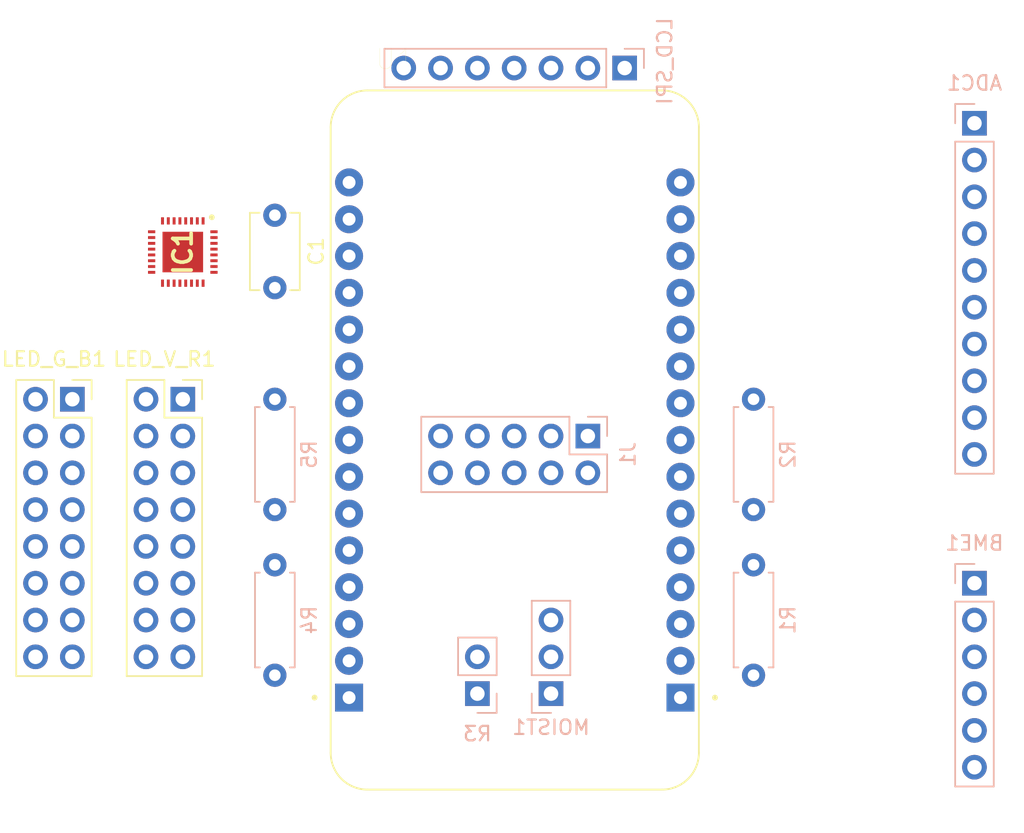
<source format=kicad_pcb>
(kicad_pcb (version 20171130) (host pcbnew 5.1.6)

  (general
    (thickness 1.6)
    (drawings 0)
    (tracks 0)
    (zones 0)
    (modules 15)
    (nets 61)
  )

  (page A4)
  (layers
    (0 F.Cu signal)
    (31 B.Cu signal)
    (32 B.Adhes user)
    (33 F.Adhes user)
    (34 B.Paste user)
    (35 F.Paste user)
    (36 B.SilkS user)
    (37 F.SilkS user)
    (38 B.Mask user)
    (39 F.Mask user)
    (40 Dwgs.User user)
    (41 Cmts.User user)
    (42 Eco1.User user)
    (43 Eco2.User user)
    (44 Edge.Cuts user)
    (45 Margin user)
    (46 B.CrtYd user)
    (47 F.CrtYd user)
    (48 B.Fab user)
    (49 F.Fab user)
  )

  (setup
    (last_trace_width 0.25)
    (trace_clearance 0.2)
    (zone_clearance 0.508)
    (zone_45_only no)
    (trace_min 0.2)
    (via_size 0.8)
    (via_drill 0.4)
    (via_min_size 0.4)
    (via_min_drill 0.3)
    (uvia_size 0.3)
    (uvia_drill 0.1)
    (uvias_allowed no)
    (uvia_min_size 0.2)
    (uvia_min_drill 0.1)
    (edge_width 0.05)
    (segment_width 0.2)
    (pcb_text_width 0.3)
    (pcb_text_size 1.5 1.5)
    (mod_edge_width 0.12)
    (mod_text_size 1 1)
    (mod_text_width 0.15)
    (pad_size 1.524 1.524)
    (pad_drill 0.762)
    (pad_to_mask_clearance 0.05)
    (aux_axis_origin 0 0)
    (visible_elements FFFFFF7F)
    (pcbplotparams
      (layerselection 0x010fc_ffffffff)
      (usegerberextensions false)
      (usegerberattributes true)
      (usegerberadvancedattributes true)
      (creategerberjobfile true)
      (excludeedgelayer true)
      (linewidth 0.100000)
      (plotframeref false)
      (viasonmask false)
      (mode 1)
      (useauxorigin false)
      (hpglpennumber 1)
      (hpglpenspeed 20)
      (hpglpendiameter 15.000000)
      (psnegative false)
      (psa4output false)
      (plotreference true)
      (plotvalue true)
      (plotinvisibletext false)
      (padsonsilk false)
      (subtractmaskfromsilk false)
      (outputformat 1)
      (mirror false)
      (drillshape 1)
      (scaleselection 1)
      (outputdirectory ""))
  )

  (net 0 "")
  (net 1 "Net-(J1-Pad3)")
  (net 2 "Net-(J1-Pad4)")
  (net 3 "Net-(J1-Pad5)")
  (net 4 +3V3)
  (net 5 GND)
  (net 6 "Net-(J1-Pad8)")
  (net 7 "Net-(J1-Pad9)")
  (net 8 "Net-(J1-Pad10)")
  (net 9 "Net-(U1-PadRSV)")
  (net 10 "Net-(U1-PadSD1)")
  (net 11 "Net-(U1-PadCMD)")
  (net 12 "Net-(U1-PadSD0)")
  (net 13 "Net-(U1-PadCLK)")
  (net 14 "Net-(U1-PadEN)")
  (net 15 "Net-(U1-PadRST)")
  (net 16 +5V)
  (net 17 "Net-(J1-Pad7)")
  (net 18 "Net-(J1-Pad6)")
  (net 19 "Net-(ADC1-Pad3)")
  (net 20 "Net-(ADC1-Pad4)")
  (net 21 "Net-(ADC1-Pad5)")
  (net 22 "Net-(ADC1-Pad6)")
  (net 23 "Net-(ADC1-Pad7)")
  (net 24 "Net-(ADC1-Pad8)")
  (net 25 "Net-(ADC1-Pad9)")
  (net 26 "Net-(BME1-Pad5)")
  (net 27 "Net-(BME1-Pad6)")
  (net 28 "Net-(C1-Pad2)")
  (net 29 "Net-(IC1-Pad1)")
  (net 30 "Net-(IC1-Pad2)")
  (net 31 "Net-(IC1-Pad3)")
  (net 32 "Net-(IC1-Pad4)")
  (net 33 "Net-(IC1-Pad5)")
  (net 34 "Net-(IC1-Pad6)")
  (net 35 "Net-(IC1-Pad7)")
  (net 36 "Net-(IC1-Pad8)")
  (net 37 "Net-(IC1-Pad9)")
  (net 38 "Net-(IC1-Pad10)")
  (net 39 "Net-(IC1-Pad11)")
  (net 40 "Net-(IC1-Pad12)")
  (net 41 "Net-(IC1-Pad13)")
  (net 42 "Net-(IC1-Pad14)")
  (net 43 "Net-(IC1-Pad15)")
  (net 44 "Net-(IC1-Pad16)")
  (net 45 "Net-(IC1-Pad17)")
  (net 46 "Net-(IC1-Pad18)")
  (net 47 "Net-(IC1-Pad19)")
  (net 48 "Net-(IC1-Pad20)")
  (net 49 "Net-(IC1-Pad21)")
  (net 50 "Net-(IC1-Pad22)")
  (net 51 "Net-(IC1-Pad23)")
  (net 52 "Net-(IC1-Pad24)")
  (net 53 "Net-(IC1-Pad30)")
  (net 54 "Net-(IC1-Pad31)")
  (net 55 "Net-(LCD_SPI1-Pad3)")
  (net 56 "Net-(LCD_SPI1-Pad4)")
  (net 57 "Net-(LCD_SPI1-Pad5)")
  (net 58 "Net-(LCD_SPI1-Pad6)")
  (net 59 "Net-(LCD_SPI1-Pad7)")
  (net 60 "Net-(LED_V_R1-Pad1)")

  (net_class Default "This is the default net class."
    (clearance 0.2)
    (trace_width 0.25)
    (via_dia 0.8)
    (via_drill 0.4)
    (uvia_dia 0.3)
    (uvia_drill 0.1)
    (add_net +3V3)
    (add_net +5V)
    (add_net GND)
    (add_net "Net-(ADC1-Pad3)")
    (add_net "Net-(ADC1-Pad4)")
    (add_net "Net-(ADC1-Pad5)")
    (add_net "Net-(ADC1-Pad6)")
    (add_net "Net-(ADC1-Pad7)")
    (add_net "Net-(ADC1-Pad8)")
    (add_net "Net-(ADC1-Pad9)")
    (add_net "Net-(BME1-Pad5)")
    (add_net "Net-(BME1-Pad6)")
    (add_net "Net-(C1-Pad2)")
    (add_net "Net-(IC1-Pad1)")
    (add_net "Net-(IC1-Pad10)")
    (add_net "Net-(IC1-Pad11)")
    (add_net "Net-(IC1-Pad12)")
    (add_net "Net-(IC1-Pad13)")
    (add_net "Net-(IC1-Pad14)")
    (add_net "Net-(IC1-Pad15)")
    (add_net "Net-(IC1-Pad16)")
    (add_net "Net-(IC1-Pad17)")
    (add_net "Net-(IC1-Pad18)")
    (add_net "Net-(IC1-Pad19)")
    (add_net "Net-(IC1-Pad2)")
    (add_net "Net-(IC1-Pad20)")
    (add_net "Net-(IC1-Pad21)")
    (add_net "Net-(IC1-Pad22)")
    (add_net "Net-(IC1-Pad23)")
    (add_net "Net-(IC1-Pad24)")
    (add_net "Net-(IC1-Pad3)")
    (add_net "Net-(IC1-Pad30)")
    (add_net "Net-(IC1-Pad31)")
    (add_net "Net-(IC1-Pad4)")
    (add_net "Net-(IC1-Pad5)")
    (add_net "Net-(IC1-Pad6)")
    (add_net "Net-(IC1-Pad7)")
    (add_net "Net-(IC1-Pad8)")
    (add_net "Net-(IC1-Pad9)")
    (add_net "Net-(J1-Pad10)")
    (add_net "Net-(J1-Pad3)")
    (add_net "Net-(J1-Pad4)")
    (add_net "Net-(J1-Pad5)")
    (add_net "Net-(J1-Pad6)")
    (add_net "Net-(J1-Pad7)")
    (add_net "Net-(J1-Pad8)")
    (add_net "Net-(J1-Pad9)")
    (add_net "Net-(LCD_SPI1-Pad3)")
    (add_net "Net-(LCD_SPI1-Pad4)")
    (add_net "Net-(LCD_SPI1-Pad5)")
    (add_net "Net-(LCD_SPI1-Pad6)")
    (add_net "Net-(LCD_SPI1-Pad7)")
    (add_net "Net-(LED_V_R1-Pad1)")
    (add_net "Net-(U1-PadCLK)")
    (add_net "Net-(U1-PadCMD)")
    (add_net "Net-(U1-PadEN)")
    (add_net "Net-(U1-PadRST)")
    (add_net "Net-(U1-PadRSV)")
    (add_net "Net-(U1-PadSD0)")
    (add_net "Net-(U1-PadSD1)")
  )

  (module Connector_PinSocket_2.54mm:PinSocket_1x10_P2.54mm_Vertical (layer B.Cu) (tedit 5A19A425) (tstamp 5EE75E31)
    (at 125.73 44.45 180)
    (descr "Through hole straight socket strip, 1x10, 2.54mm pitch, single row (from Kicad 4.0.7), script generated")
    (tags "Through hole socket strip THT 1x10 2.54mm single row")
    (path /5EEB2384)
    (fp_text reference ADC1 (at 0 2.77) (layer B.SilkS)
      (effects (font (size 1 1) (thickness 0.15)) (justify mirror))
    )
    (fp_text value ADS1115 (at 0 -25.63) (layer B.Fab)
      (effects (font (size 1 1) (thickness 0.15)) (justify mirror))
    )
    (fp_line (start -1.8 -24.6) (end -1.8 1.8) (layer B.CrtYd) (width 0.05))
    (fp_line (start 1.75 -24.6) (end -1.8 -24.6) (layer B.CrtYd) (width 0.05))
    (fp_line (start 1.75 1.8) (end 1.75 -24.6) (layer B.CrtYd) (width 0.05))
    (fp_line (start -1.8 1.8) (end 1.75 1.8) (layer B.CrtYd) (width 0.05))
    (fp_line (start 0 1.33) (end 1.33 1.33) (layer B.SilkS) (width 0.12))
    (fp_line (start 1.33 1.33) (end 1.33 0) (layer B.SilkS) (width 0.12))
    (fp_line (start 1.33 -1.27) (end 1.33 -24.19) (layer B.SilkS) (width 0.12))
    (fp_line (start -1.33 -24.19) (end 1.33 -24.19) (layer B.SilkS) (width 0.12))
    (fp_line (start -1.33 -1.27) (end -1.33 -24.19) (layer B.SilkS) (width 0.12))
    (fp_line (start -1.33 -1.27) (end 1.33 -1.27) (layer B.SilkS) (width 0.12))
    (fp_line (start -1.27 -24.13) (end -1.27 1.27) (layer B.Fab) (width 0.1))
    (fp_line (start 1.27 -24.13) (end -1.27 -24.13) (layer B.Fab) (width 0.1))
    (fp_line (start 1.27 0.635) (end 1.27 -24.13) (layer B.Fab) (width 0.1))
    (fp_line (start 0.635 1.27) (end 1.27 0.635) (layer B.Fab) (width 0.1))
    (fp_line (start -1.27 1.27) (end 0.635 1.27) (layer B.Fab) (width 0.1))
    (fp_text user %R (at 0 -11.43 270) (layer B.Fab)
      (effects (font (size 1 1) (thickness 0.15)) (justify mirror))
    )
    (pad 1 thru_hole rect (at 0 0 180) (size 1.7 1.7) (drill 1) (layers *.Cu *.Mask)
      (net 4 +3V3))
    (pad 2 thru_hole oval (at 0 -2.54 180) (size 1.7 1.7) (drill 1) (layers *.Cu *.Mask)
      (net 5 GND))
    (pad 3 thru_hole oval (at 0 -5.08 180) (size 1.7 1.7) (drill 1) (layers *.Cu *.Mask)
      (net 19 "Net-(ADC1-Pad3)"))
    (pad 4 thru_hole oval (at 0 -7.62 180) (size 1.7 1.7) (drill 1) (layers *.Cu *.Mask)
      (net 20 "Net-(ADC1-Pad4)"))
    (pad 5 thru_hole oval (at 0 -10.16 180) (size 1.7 1.7) (drill 1) (layers *.Cu *.Mask)
      (net 21 "Net-(ADC1-Pad5)"))
    (pad 6 thru_hole oval (at 0 -12.7 180) (size 1.7 1.7) (drill 1) (layers *.Cu *.Mask)
      (net 22 "Net-(ADC1-Pad6)"))
    (pad 7 thru_hole oval (at 0 -15.24 180) (size 1.7 1.7) (drill 1) (layers *.Cu *.Mask)
      (net 23 "Net-(ADC1-Pad7)"))
    (pad 8 thru_hole oval (at 0 -17.78 180) (size 1.7 1.7) (drill 1) (layers *.Cu *.Mask)
      (net 24 "Net-(ADC1-Pad8)"))
    (pad 9 thru_hole oval (at 0 -20.32 180) (size 1.7 1.7) (drill 1) (layers *.Cu *.Mask)
      (net 25 "Net-(ADC1-Pad9)"))
    (pad 10 thru_hole oval (at 0 -22.86 180) (size 1.7 1.7) (drill 1) (layers *.Cu *.Mask))
    (model ${KISYS3DMOD}/Connector_PinSocket_2.54mm.3dshapes/PinSocket_1x10_P2.54mm_Vertical.wrl
      (at (xyz 0 0 0))
      (scale (xyz 1 1 1))
      (rotate (xyz 0 0 0))
    )
  )

  (module Connector_PinSocket_2.54mm:PinSocket_1x06_P2.54mm_Vertical (layer B.Cu) (tedit 5A19A430) (tstamp 5EE75E4B)
    (at 125.73 76.2 180)
    (descr "Through hole straight socket strip, 1x06, 2.54mm pitch, single row (from Kicad 4.0.7), script generated")
    (tags "Through hole socket strip THT 1x06 2.54mm single row")
    (path /5EEB0E66)
    (fp_text reference BME1 (at 0 2.77) (layer B.SilkS)
      (effects (font (size 1 1) (thickness 0.15)) (justify mirror))
    )
    (fp_text value BME280 (at 0 -15.47) (layer B.Fab)
      (effects (font (size 1 1) (thickness 0.15)) (justify mirror))
    )
    (fp_line (start -1.8 -14.45) (end -1.8 1.8) (layer B.CrtYd) (width 0.05))
    (fp_line (start 1.75 -14.45) (end -1.8 -14.45) (layer B.CrtYd) (width 0.05))
    (fp_line (start 1.75 1.8) (end 1.75 -14.45) (layer B.CrtYd) (width 0.05))
    (fp_line (start -1.8 1.8) (end 1.75 1.8) (layer B.CrtYd) (width 0.05))
    (fp_line (start 0 1.33) (end 1.33 1.33) (layer B.SilkS) (width 0.12))
    (fp_line (start 1.33 1.33) (end 1.33 0) (layer B.SilkS) (width 0.12))
    (fp_line (start 1.33 -1.27) (end 1.33 -14.03) (layer B.SilkS) (width 0.12))
    (fp_line (start -1.33 -14.03) (end 1.33 -14.03) (layer B.SilkS) (width 0.12))
    (fp_line (start -1.33 -1.27) (end -1.33 -14.03) (layer B.SilkS) (width 0.12))
    (fp_line (start -1.33 -1.27) (end 1.33 -1.27) (layer B.SilkS) (width 0.12))
    (fp_line (start -1.27 -13.97) (end -1.27 1.27) (layer B.Fab) (width 0.1))
    (fp_line (start 1.27 -13.97) (end -1.27 -13.97) (layer B.Fab) (width 0.1))
    (fp_line (start 1.27 0.635) (end 1.27 -13.97) (layer B.Fab) (width 0.1))
    (fp_line (start 0.635 1.27) (end 1.27 0.635) (layer B.Fab) (width 0.1))
    (fp_line (start -1.27 1.27) (end 0.635 1.27) (layer B.Fab) (width 0.1))
    (fp_text user %R (at 0 -6.35 270) (layer B.Fab)
      (effects (font (size 1 1) (thickness 0.15)) (justify mirror))
    )
    (pad 1 thru_hole rect (at 0 0 180) (size 1.7 1.7) (drill 1) (layers *.Cu *.Mask)
      (net 4 +3V3))
    (pad 2 thru_hole oval (at 0 -2.54 180) (size 1.7 1.7) (drill 1) (layers *.Cu *.Mask)
      (net 5 GND))
    (pad 3 thru_hole oval (at 0 -5.08 180) (size 1.7 1.7) (drill 1) (layers *.Cu *.Mask)
      (net 19 "Net-(ADC1-Pad3)"))
    (pad 4 thru_hole oval (at 0 -7.62 180) (size 1.7 1.7) (drill 1) (layers *.Cu *.Mask)
      (net 20 "Net-(ADC1-Pad4)"))
    (pad 5 thru_hole oval (at 0 -10.16 180) (size 1.7 1.7) (drill 1) (layers *.Cu *.Mask)
      (net 26 "Net-(BME1-Pad5)"))
    (pad 6 thru_hole oval (at 0 -12.7 180) (size 1.7 1.7) (drill 1) (layers *.Cu *.Mask)
      (net 27 "Net-(BME1-Pad6)"))
    (model ${KISYS3DMOD}/Connector_PinSocket_2.54mm.3dshapes/PinSocket_1x06_P2.54mm_Vertical.wrl
      (at (xyz 0 0 0))
      (scale (xyz 1 1 1))
      (rotate (xyz 0 0 0))
    )
  )

  (module Capacitor_THT:C_Disc_D5.1mm_W3.2mm_P5.00mm (layer F.Cu) (tedit 5AE50EF0) (tstamp 5EE75E60)
    (at 77.47 50.8 270)
    (descr "C, Disc series, Radial, pin pitch=5.00mm, , diameter*width=5.1*3.2mm^2, Capacitor, http://www.vishay.com/docs/45233/krseries.pdf")
    (tags "C Disc series Radial pin pitch 5.00mm  diameter 5.1mm width 3.2mm Capacitor")
    (path /5F50D4CF)
    (fp_text reference C1 (at 2.5 -2.85 270) (layer F.SilkS)
      (effects (font (size 1 1) (thickness 0.15)))
    )
    (fp_text value 1μF (at 2.5 2.85 270) (layer F.Fab)
      (effects (font (size 1 1) (thickness 0.15)))
    )
    (fp_line (start 6.05 -1.85) (end -1.05 -1.85) (layer F.CrtYd) (width 0.05))
    (fp_line (start 6.05 1.85) (end 6.05 -1.85) (layer F.CrtYd) (width 0.05))
    (fp_line (start -1.05 1.85) (end 6.05 1.85) (layer F.CrtYd) (width 0.05))
    (fp_line (start -1.05 -1.85) (end -1.05 1.85) (layer F.CrtYd) (width 0.05))
    (fp_line (start 5.17 1.055) (end 5.17 1.721) (layer F.SilkS) (width 0.12))
    (fp_line (start 5.17 -1.721) (end 5.17 -1.055) (layer F.SilkS) (width 0.12))
    (fp_line (start -0.17 1.055) (end -0.17 1.721) (layer F.SilkS) (width 0.12))
    (fp_line (start -0.17 -1.721) (end -0.17 -1.055) (layer F.SilkS) (width 0.12))
    (fp_line (start -0.17 1.721) (end 5.17 1.721) (layer F.SilkS) (width 0.12))
    (fp_line (start -0.17 -1.721) (end 5.17 -1.721) (layer F.SilkS) (width 0.12))
    (fp_line (start 5.05 -1.6) (end -0.05 -1.6) (layer F.Fab) (width 0.1))
    (fp_line (start 5.05 1.6) (end 5.05 -1.6) (layer F.Fab) (width 0.1))
    (fp_line (start -0.05 1.6) (end 5.05 1.6) (layer F.Fab) (width 0.1))
    (fp_line (start -0.05 -1.6) (end -0.05 1.6) (layer F.Fab) (width 0.1))
    (fp_text user %R (at 2.5 0 270) (layer F.Fab)
      (effects (font (size 1 1) (thickness 0.15)))
    )
    (pad 1 thru_hole circle (at 0 0 270) (size 1.6 1.6) (drill 0.8) (layers *.Cu *.Mask)
      (net 5 GND))
    (pad 2 thru_hole circle (at 5 0 270) (size 1.6 1.6) (drill 0.8) (layers *.Cu *.Mask)
      (net 28 "Net-(C1-Pad2)"))
    (model ${KISYS3DMOD}/Capacitor_THT.3dshapes/C_Disc_D5.1mm_W3.2mm_P5.00mm.wrl
      (at (xyz 0 0 0))
      (scale (xyz 1 1 1))
      (rotate (xyz 0 0 0))
    )
  )

  (module SamacSys:QFN40P400X400X100-33N-D (layer F.Cu) (tedit 0) (tstamp 5EE75E90)
    (at 71.12 53.34 270)
    (descr "RSM (S-PVQFN-N32)")
    (tags "Integrated Circuit")
    (path /5F6091A9)
    (attr smd)
    (fp_text reference IC1 (at 0 0 90) (layer F.SilkS)
      (effects (font (size 1.27 1.27) (thickness 0.254)))
    )
    (fp_text value LP5024RSMR (at 0 0 90) (layer F.SilkS) hide
      (effects (font (size 1.27 1.27) (thickness 0.254)))
    )
    (fp_circle (center -2.4 -2) (end -2.4 -1.9) (layer F.SilkS) (width 0.2))
    (fp_line (start -2 -1.6) (end -1.6 -2) (layer F.Fab) (width 0.1))
    (fp_line (start -2 2) (end -2 -2) (layer F.Fab) (width 0.1))
    (fp_line (start 2 2) (end -2 2) (layer F.Fab) (width 0.1))
    (fp_line (start 2 -2) (end 2 2) (layer F.Fab) (width 0.1))
    (fp_line (start -2 -2) (end 2 -2) (layer F.Fab) (width 0.1))
    (fp_line (start -2.65 2.65) (end -2.65 -2.65) (layer F.CrtYd) (width 0.05))
    (fp_line (start 2.65 2.65) (end -2.65 2.65) (layer F.CrtYd) (width 0.05))
    (fp_line (start 2.65 -2.65) (end 2.65 2.65) (layer F.CrtYd) (width 0.05))
    (fp_line (start -2.65 -2.65) (end 2.65 -2.65) (layer F.CrtYd) (width 0.05))
    (fp_text user %R (at 0 0 90) (layer F.Fab)
      (effects (font (size 1.27 1.27) (thickness 0.254)))
    )
    (pad 1 smd rect (at -2.15 -1.4) (size 0.2 0.5) (layers F.Cu F.Paste F.Mask)
      (net 29 "Net-(IC1-Pad1)"))
    (pad 2 smd rect (at -2.15 -1) (size 0.2 0.5) (layers F.Cu F.Paste F.Mask)
      (net 30 "Net-(IC1-Pad2)"))
    (pad 3 smd rect (at -2.15 -0.6) (size 0.2 0.5) (layers F.Cu F.Paste F.Mask)
      (net 31 "Net-(IC1-Pad3)"))
    (pad 4 smd rect (at -2.15 -0.2) (size 0.2 0.5) (layers F.Cu F.Paste F.Mask)
      (net 32 "Net-(IC1-Pad4)"))
    (pad 5 smd rect (at -2.15 0.2) (size 0.2 0.5) (layers F.Cu F.Paste F.Mask)
      (net 33 "Net-(IC1-Pad5)"))
    (pad 6 smd rect (at -2.15 0.6) (size 0.2 0.5) (layers F.Cu F.Paste F.Mask)
      (net 34 "Net-(IC1-Pad6)"))
    (pad 7 smd rect (at -2.15 1) (size 0.2 0.5) (layers F.Cu F.Paste F.Mask)
      (net 35 "Net-(IC1-Pad7)"))
    (pad 8 smd rect (at -2.15 1.4) (size 0.2 0.5) (layers F.Cu F.Paste F.Mask)
      (net 36 "Net-(IC1-Pad8)"))
    (pad 9 smd rect (at -1.4 2.15 270) (size 0.2 0.5) (layers F.Cu F.Paste F.Mask)
      (net 37 "Net-(IC1-Pad9)"))
    (pad 10 smd rect (at -1 2.15 270) (size 0.2 0.5) (layers F.Cu F.Paste F.Mask)
      (net 38 "Net-(IC1-Pad10)"))
    (pad 11 smd rect (at -0.6 2.15 270) (size 0.2 0.5) (layers F.Cu F.Paste F.Mask)
      (net 39 "Net-(IC1-Pad11)"))
    (pad 12 smd rect (at -0.2 2.15 270) (size 0.2 0.5) (layers F.Cu F.Paste F.Mask)
      (net 40 "Net-(IC1-Pad12)"))
    (pad 13 smd rect (at 0.2 2.15 270) (size 0.2 0.5) (layers F.Cu F.Paste F.Mask)
      (net 41 "Net-(IC1-Pad13)"))
    (pad 14 smd rect (at 0.6 2.15 270) (size 0.2 0.5) (layers F.Cu F.Paste F.Mask)
      (net 42 "Net-(IC1-Pad14)"))
    (pad 15 smd rect (at 1 2.15 270) (size 0.2 0.5) (layers F.Cu F.Paste F.Mask)
      (net 43 "Net-(IC1-Pad15)"))
    (pad 16 smd rect (at 1.4 2.15 270) (size 0.2 0.5) (layers F.Cu F.Paste F.Mask)
      (net 44 "Net-(IC1-Pad16)"))
    (pad 17 smd rect (at 2.15 1.4) (size 0.2 0.5) (layers F.Cu F.Paste F.Mask)
      (net 45 "Net-(IC1-Pad17)"))
    (pad 18 smd rect (at 2.15 1) (size 0.2 0.5) (layers F.Cu F.Paste F.Mask)
      (net 46 "Net-(IC1-Pad18)"))
    (pad 19 smd rect (at 2.15 0.6) (size 0.2 0.5) (layers F.Cu F.Paste F.Mask)
      (net 47 "Net-(IC1-Pad19)"))
    (pad 20 smd rect (at 2.15 0.2) (size 0.2 0.5) (layers F.Cu F.Paste F.Mask)
      (net 48 "Net-(IC1-Pad20)"))
    (pad 21 smd rect (at 2.15 -0.2) (size 0.2 0.5) (layers F.Cu F.Paste F.Mask)
      (net 49 "Net-(IC1-Pad21)"))
    (pad 22 smd rect (at 2.15 -0.6) (size 0.2 0.5) (layers F.Cu F.Paste F.Mask)
      (net 50 "Net-(IC1-Pad22)"))
    (pad 23 smd rect (at 2.15 -1) (size 0.2 0.5) (layers F.Cu F.Paste F.Mask)
      (net 51 "Net-(IC1-Pad23)"))
    (pad 24 smd rect (at 2.15 -1.4) (size 0.2 0.5) (layers F.Cu F.Paste F.Mask)
      (net 52 "Net-(IC1-Pad24)"))
    (pad 25 smd rect (at 1.4 -2.15 270) (size 0.2 0.5) (layers F.Cu F.Paste F.Mask)
      (net 5 GND))
    (pad 26 smd rect (at 1 -2.15 270) (size 0.2 0.5) (layers F.Cu F.Paste F.Mask)
      (net 5 GND))
    (pad 27 smd rect (at 0.6 -2.15 270) (size 0.2 0.5) (layers F.Cu F.Paste F.Mask)
      (net 4 +3V3))
    (pad 28 smd rect (at 0.2 -2.15 270) (size 0.2 0.5) (layers F.Cu F.Paste F.Mask)
      (net 20 "Net-(ADC1-Pad4)"))
    (pad 29 smd rect (at -0.2 -2.15 270) (size 0.2 0.5) (layers F.Cu F.Paste F.Mask)
      (net 19 "Net-(ADC1-Pad3)"))
    (pad 30 smd rect (at -0.6 -2.15 270) (size 0.2 0.5) (layers F.Cu F.Paste F.Mask)
      (net 53 "Net-(IC1-Pad30)"))
    (pad 31 smd rect (at -1 -2.15 270) (size 0.2 0.5) (layers F.Cu F.Paste F.Mask)
      (net 54 "Net-(IC1-Pad31)"))
    (pad 32 smd rect (at -1.4 -2.15 270) (size 0.2 0.5) (layers F.Cu F.Paste F.Mask)
      (net 28 "Net-(C1-Pad2)"))
    (pad 33 smd rect (at 0 0 270) (size 2.8 2.8) (layers F.Cu F.Paste F.Mask)
      (net 5 GND))
    (model C:\Users\shavk\Repos\github.com\aynurin\kicad-libs\SamacSys_Parts.3dshapes\LP5024RSMR.stp
      (at (xyz 0 0 0))
      (scale (xyz 1 1 1))
      (rotate (xyz 0 0 0))
    )
  )

  (module Connector_PinSocket_2.54mm:PinSocket_2x05_P2.54mm_Vertical (layer B.Cu) (tedit 5A19A42B) (tstamp 5EE75EB0)
    (at 99.06 66.04 90)
    (descr "Through hole straight socket strip, 2x05, 2.54mm pitch, double cols (from Kicad 4.0.7), script generated")
    (tags "Through hole socket strip THT 2x05 2.54mm double row")
    (path /5F3E84D8)
    (fp_text reference J1 (at -1.27 2.77 90) (layer B.SilkS)
      (effects (font (size 1 1) (thickness 0.15)) (justify mirror))
    )
    (fp_text value Conn_02x05_Odd_Even (at -1.27 -12.93 90) (layer B.Fab)
      (effects (font (size 1 1) (thickness 0.15)) (justify mirror))
    )
    (fp_line (start -4.34 -11.9) (end -4.34 1.8) (layer B.CrtYd) (width 0.05))
    (fp_line (start 1.76 -11.9) (end -4.34 -11.9) (layer B.CrtYd) (width 0.05))
    (fp_line (start 1.76 1.8) (end 1.76 -11.9) (layer B.CrtYd) (width 0.05))
    (fp_line (start -4.34 1.8) (end 1.76 1.8) (layer B.CrtYd) (width 0.05))
    (fp_line (start 0 1.33) (end 1.33 1.33) (layer B.SilkS) (width 0.12))
    (fp_line (start 1.33 1.33) (end 1.33 0) (layer B.SilkS) (width 0.12))
    (fp_line (start -1.27 1.33) (end -1.27 -1.27) (layer B.SilkS) (width 0.12))
    (fp_line (start -1.27 -1.27) (end 1.33 -1.27) (layer B.SilkS) (width 0.12))
    (fp_line (start 1.33 -1.27) (end 1.33 -11.49) (layer B.SilkS) (width 0.12))
    (fp_line (start -3.87 -11.49) (end 1.33 -11.49) (layer B.SilkS) (width 0.12))
    (fp_line (start -3.87 1.33) (end -3.87 -11.49) (layer B.SilkS) (width 0.12))
    (fp_line (start -3.87 1.33) (end -1.27 1.33) (layer B.SilkS) (width 0.12))
    (fp_line (start -3.81 -11.43) (end -3.81 1.27) (layer B.Fab) (width 0.1))
    (fp_line (start 1.27 -11.43) (end -3.81 -11.43) (layer B.Fab) (width 0.1))
    (fp_line (start 1.27 0.27) (end 1.27 -11.43) (layer B.Fab) (width 0.1))
    (fp_line (start 0.27 1.27) (end 1.27 0.27) (layer B.Fab) (width 0.1))
    (fp_line (start -3.81 1.27) (end 0.27 1.27) (layer B.Fab) (width 0.1))
    (fp_text user %R (at -1.27 -5.08 180) (layer B.Fab)
      (effects (font (size 1 1) (thickness 0.15)) (justify mirror))
    )
    (pad 1 thru_hole rect (at 0 0 90) (size 1.7 1.7) (drill 1) (layers *.Cu *.Mask)
      (net 4 +3V3))
    (pad 2 thru_hole oval (at -2.54 0 90) (size 1.7 1.7) (drill 1) (layers *.Cu *.Mask)
      (net 5 GND))
    (pad 3 thru_hole oval (at 0 -2.54 90) (size 1.7 1.7) (drill 1) (layers *.Cu *.Mask)
      (net 1 "Net-(J1-Pad3)"))
    (pad 4 thru_hole oval (at -2.54 -2.54 90) (size 1.7 1.7) (drill 1) (layers *.Cu *.Mask)
      (net 2 "Net-(J1-Pad4)"))
    (pad 5 thru_hole oval (at 0 -5.08 90) (size 1.7 1.7) (drill 1) (layers *.Cu *.Mask)
      (net 3 "Net-(J1-Pad5)"))
    (pad 6 thru_hole oval (at -2.54 -5.08 90) (size 1.7 1.7) (drill 1) (layers *.Cu *.Mask)
      (net 18 "Net-(J1-Pad6)"))
    (pad 7 thru_hole oval (at 0 -7.62 90) (size 1.7 1.7) (drill 1) (layers *.Cu *.Mask)
      (net 17 "Net-(J1-Pad7)"))
    (pad 8 thru_hole oval (at -2.54 -7.62 90) (size 1.7 1.7) (drill 1) (layers *.Cu *.Mask)
      (net 6 "Net-(J1-Pad8)"))
    (pad 9 thru_hole oval (at 0 -10.16 90) (size 1.7 1.7) (drill 1) (layers *.Cu *.Mask)
      (net 7 "Net-(J1-Pad9)"))
    (pad 10 thru_hole oval (at -2.54 -10.16 90) (size 1.7 1.7) (drill 1) (layers *.Cu *.Mask)
      (net 8 "Net-(J1-Pad10)"))
    (model ${KISYS3DMOD}/Connector_PinSocket_2.54mm.3dshapes/PinSocket_2x05_P2.54mm_Vertical.wrl
      (at (xyz 0 0 0))
      (scale (xyz 1 1 1))
      (rotate (xyz 0 0 0))
    )
  )

  (module Connector_PinSocket_2.54mm:PinSocket_1x07_P2.54mm_Vertical (layer B.Cu) (tedit 5A19A433) (tstamp 5EE75ECB)
    (at 101.6 40.64 90)
    (descr "Through hole straight socket strip, 1x07, 2.54mm pitch, single row (from Kicad 4.0.7), script generated")
    (tags "Through hole socket strip THT 1x07 2.54mm single row")
    (path /5EEB3C7E)
    (fp_text reference LCD_SPI1 (at 0 2.77 270) (layer B.SilkS)
      (effects (font (size 1 1) (thickness 0.15)) (justify mirror))
    )
    (fp_text value SSD1306SPI (at 0 -18.01 270) (layer B.Fab)
      (effects (font (size 1 1) (thickness 0.15)) (justify mirror))
    )
    (fp_line (start -1.8 -17) (end -1.8 1.8) (layer B.CrtYd) (width 0.05))
    (fp_line (start 1.75 -17) (end -1.8 -17) (layer B.CrtYd) (width 0.05))
    (fp_line (start 1.75 1.8) (end 1.75 -17) (layer B.CrtYd) (width 0.05))
    (fp_line (start -1.8 1.8) (end 1.75 1.8) (layer B.CrtYd) (width 0.05))
    (fp_line (start 0 1.33) (end 1.33 1.33) (layer B.SilkS) (width 0.12))
    (fp_line (start 1.33 1.33) (end 1.33 0) (layer B.SilkS) (width 0.12))
    (fp_line (start 1.33 -1.27) (end 1.33 -16.57) (layer B.SilkS) (width 0.12))
    (fp_line (start -1.33 -16.57) (end 1.33 -16.57) (layer B.SilkS) (width 0.12))
    (fp_line (start -1.33 -1.27) (end -1.33 -16.57) (layer B.SilkS) (width 0.12))
    (fp_line (start -1.33 -1.27) (end 1.33 -1.27) (layer B.SilkS) (width 0.12))
    (fp_line (start -1.27 -16.51) (end -1.27 1.27) (layer B.Fab) (width 0.1))
    (fp_line (start 1.27 -16.51) (end -1.27 -16.51) (layer B.Fab) (width 0.1))
    (fp_line (start 1.27 0.635) (end 1.27 -16.51) (layer B.Fab) (width 0.1))
    (fp_line (start 0.635 1.27) (end 1.27 0.635) (layer B.Fab) (width 0.1))
    (fp_line (start -1.27 1.27) (end 0.635 1.27) (layer B.Fab) (width 0.1))
    (fp_text user %R (at 0 -7.62) (layer B.Fab)
      (effects (font (size 1 1) (thickness 0.15)) (justify mirror))
    )
    (pad 1 thru_hole rect (at 0 0 90) (size 1.7 1.7) (drill 1) (layers *.Cu *.Mask)
      (net 5 GND))
    (pad 2 thru_hole oval (at 0 -2.54 90) (size 1.7 1.7) (drill 1) (layers *.Cu *.Mask)
      (net 4 +3V3))
    (pad 3 thru_hole oval (at 0 -5.08 90) (size 1.7 1.7) (drill 1) (layers *.Cu *.Mask)
      (net 55 "Net-(LCD_SPI1-Pad3)"))
    (pad 4 thru_hole oval (at 0 -7.62 90) (size 1.7 1.7) (drill 1) (layers *.Cu *.Mask)
      (net 56 "Net-(LCD_SPI1-Pad4)"))
    (pad 5 thru_hole oval (at 0 -10.16 90) (size 1.7 1.7) (drill 1) (layers *.Cu *.Mask)
      (net 57 "Net-(LCD_SPI1-Pad5)"))
    (pad 6 thru_hole oval (at 0 -12.7 90) (size 1.7 1.7) (drill 1) (layers *.Cu *.Mask)
      (net 58 "Net-(LCD_SPI1-Pad6)"))
    (pad 7 thru_hole oval (at 0 -15.24 90) (size 1.7 1.7) (drill 1) (layers *.Cu *.Mask)
      (net 59 "Net-(LCD_SPI1-Pad7)"))
    (model ${KISYS3DMOD}/Connector_PinSocket_2.54mm.3dshapes/PinSocket_1x07_P2.54mm_Vertical.wrl
      (at (xyz 0 0 0))
      (scale (xyz 1 1 1))
      (rotate (xyz 0 0 0))
    )
  )

  (module Connector_PinSocket_2.54mm:PinSocket_2x08_P2.54mm_Vertical (layer F.Cu) (tedit 5A19A42B) (tstamp 5EE75EF1)
    (at 63.5 63.5)
    (descr "Through hole straight socket strip, 2x08, 2.54mm pitch, double cols (from Kicad 4.0.7), script generated")
    (tags "Through hole socket strip THT 2x08 2.54mm double row")
    (path /5F5B8313)
    (fp_text reference LED_G_B1 (at -1.27 -2.77) (layer F.SilkS)
      (effects (font (size 1 1) (thickness 0.15)))
    )
    (fp_text value LED_G_B (at -1.27 20.55) (layer F.Fab)
      (effects (font (size 1 1) (thickness 0.15)))
    )
    (fp_line (start -4.34 19.55) (end -4.34 -1.8) (layer F.CrtYd) (width 0.05))
    (fp_line (start 1.76 19.55) (end -4.34 19.55) (layer F.CrtYd) (width 0.05))
    (fp_line (start 1.76 -1.8) (end 1.76 19.55) (layer F.CrtYd) (width 0.05))
    (fp_line (start -4.34 -1.8) (end 1.76 -1.8) (layer F.CrtYd) (width 0.05))
    (fp_line (start 0 -1.33) (end 1.33 -1.33) (layer F.SilkS) (width 0.12))
    (fp_line (start 1.33 -1.33) (end 1.33 0) (layer F.SilkS) (width 0.12))
    (fp_line (start -1.27 -1.33) (end -1.27 1.27) (layer F.SilkS) (width 0.12))
    (fp_line (start -1.27 1.27) (end 1.33 1.27) (layer F.SilkS) (width 0.12))
    (fp_line (start 1.33 1.27) (end 1.33 19.11) (layer F.SilkS) (width 0.12))
    (fp_line (start -3.87 19.11) (end 1.33 19.11) (layer F.SilkS) (width 0.12))
    (fp_line (start -3.87 -1.33) (end -3.87 19.11) (layer F.SilkS) (width 0.12))
    (fp_line (start -3.87 -1.33) (end -1.27 -1.33) (layer F.SilkS) (width 0.12))
    (fp_line (start -3.81 19.05) (end -3.81 -1.27) (layer F.Fab) (width 0.1))
    (fp_line (start 1.27 19.05) (end -3.81 19.05) (layer F.Fab) (width 0.1))
    (fp_line (start 1.27 -0.27) (end 1.27 19.05) (layer F.Fab) (width 0.1))
    (fp_line (start 0.27 -1.27) (end 1.27 -0.27) (layer F.Fab) (width 0.1))
    (fp_line (start -3.81 -1.27) (end 0.27 -1.27) (layer F.Fab) (width 0.1))
    (fp_text user %R (at -1.27 8.89 90) (layer F.Fab)
      (effects (font (size 1 1) (thickness 0.15)))
    )
    (pad 1 thru_hole rect (at 0 0) (size 1.7 1.7) (drill 1) (layers *.Cu *.Mask)
      (net 51 "Net-(IC1-Pad23)"))
    (pad 2 thru_hole oval (at -2.54 0) (size 1.7 1.7) (drill 1) (layers *.Cu *.Mask)
      (net 37 "Net-(IC1-Pad9)"))
    (pad 3 thru_hole oval (at 0 2.54) (size 1.7 1.7) (drill 1) (layers *.Cu *.Mask)
      (net 48 "Net-(IC1-Pad20)"))
    (pad 4 thru_hole oval (at -2.54 2.54) (size 1.7 1.7) (drill 1) (layers *.Cu *.Mask)
      (net 40 "Net-(IC1-Pad12)"))
    (pad 5 thru_hole oval (at 0 5.08) (size 1.7 1.7) (drill 1) (layers *.Cu *.Mask)
      (net 45 "Net-(IC1-Pad17)"))
    (pad 6 thru_hole oval (at -2.54 5.08) (size 1.7 1.7) (drill 1) (layers *.Cu *.Mask)
      (net 43 "Net-(IC1-Pad15)"))
    (pad 7 thru_hole oval (at 0 7.62) (size 1.7 1.7) (drill 1) (layers *.Cu *.Mask)
      (net 42 "Net-(IC1-Pad14)"))
    (pad 8 thru_hole oval (at -2.54 7.62) (size 1.7 1.7) (drill 1) (layers *.Cu *.Mask)
      (net 46 "Net-(IC1-Pad18)"))
    (pad 9 thru_hole oval (at 0 10.16) (size 1.7 1.7) (drill 1) (layers *.Cu *.Mask)
      (net 39 "Net-(IC1-Pad11)"))
    (pad 10 thru_hole oval (at -2.54 10.16) (size 1.7 1.7) (drill 1) (layers *.Cu *.Mask)
      (net 49 "Net-(IC1-Pad21)"))
    (pad 11 thru_hole oval (at 0 12.7) (size 1.7 1.7) (drill 1) (layers *.Cu *.Mask)
      (net 36 "Net-(IC1-Pad8)"))
    (pad 12 thru_hole oval (at -2.54 12.7) (size 1.7 1.7) (drill 1) (layers *.Cu *.Mask)
      (net 52 "Net-(IC1-Pad24)"))
    (pad 13 thru_hole oval (at 0 15.24) (size 1.7 1.7) (drill 1) (layers *.Cu *.Mask)
      (net 33 "Net-(IC1-Pad5)"))
    (pad 14 thru_hole oval (at -2.54 15.24) (size 1.7 1.7) (drill 1) (layers *.Cu *.Mask)
      (net 31 "Net-(IC1-Pad3)"))
    (pad 15 thru_hole oval (at 0 17.78) (size 1.7 1.7) (drill 1) (layers *.Cu *.Mask)
      (net 30 "Net-(IC1-Pad2)"))
    (pad 16 thru_hole oval (at -2.54 17.78) (size 1.7 1.7) (drill 1) (layers *.Cu *.Mask)
      (net 34 "Net-(IC1-Pad6)"))
    (model ${KISYS3DMOD}/Connector_PinSocket_2.54mm.3dshapes/PinSocket_2x08_P2.54mm_Vertical.wrl
      (at (xyz 0 0 0))
      (scale (xyz 1 1 1))
      (rotate (xyz 0 0 0))
    )
  )

  (module Connector_PinSocket_2.54mm:PinSocket_2x08_P2.54mm_Vertical (layer F.Cu) (tedit 5A19A42B) (tstamp 5EE75F17)
    (at 71.12 63.5)
    (descr "Through hole straight socket strip, 2x08, 2.54mm pitch, double cols (from Kicad 4.0.7), script generated")
    (tags "Through hole socket strip THT 2x08 2.54mm double row")
    (path /5F7CF854)
    (fp_text reference LED_V_R1 (at -1.27 -2.77) (layer F.SilkS)
      (effects (font (size 1 1) (thickness 0.15)))
    )
    (fp_text value LED_V_R (at -1.27 20.55) (layer F.Fab)
      (effects (font (size 1 1) (thickness 0.15)))
    )
    (fp_text user %R (at -1.27 8.89 90) (layer F.Fab)
      (effects (font (size 1 1) (thickness 0.15)))
    )
    (fp_line (start -3.81 -1.27) (end 0.27 -1.27) (layer F.Fab) (width 0.1))
    (fp_line (start 0.27 -1.27) (end 1.27 -0.27) (layer F.Fab) (width 0.1))
    (fp_line (start 1.27 -0.27) (end 1.27 19.05) (layer F.Fab) (width 0.1))
    (fp_line (start 1.27 19.05) (end -3.81 19.05) (layer F.Fab) (width 0.1))
    (fp_line (start -3.81 19.05) (end -3.81 -1.27) (layer F.Fab) (width 0.1))
    (fp_line (start -3.87 -1.33) (end -1.27 -1.33) (layer F.SilkS) (width 0.12))
    (fp_line (start -3.87 -1.33) (end -3.87 19.11) (layer F.SilkS) (width 0.12))
    (fp_line (start -3.87 19.11) (end 1.33 19.11) (layer F.SilkS) (width 0.12))
    (fp_line (start 1.33 1.27) (end 1.33 19.11) (layer F.SilkS) (width 0.12))
    (fp_line (start -1.27 1.27) (end 1.33 1.27) (layer F.SilkS) (width 0.12))
    (fp_line (start -1.27 -1.33) (end -1.27 1.27) (layer F.SilkS) (width 0.12))
    (fp_line (start 1.33 -1.33) (end 1.33 0) (layer F.SilkS) (width 0.12))
    (fp_line (start 0 -1.33) (end 1.33 -1.33) (layer F.SilkS) (width 0.12))
    (fp_line (start -4.34 -1.8) (end 1.76 -1.8) (layer F.CrtYd) (width 0.05))
    (fp_line (start 1.76 -1.8) (end 1.76 19.55) (layer F.CrtYd) (width 0.05))
    (fp_line (start 1.76 19.55) (end -4.34 19.55) (layer F.CrtYd) (width 0.05))
    (fp_line (start -4.34 19.55) (end -4.34 -1.8) (layer F.CrtYd) (width 0.05))
    (pad 16 thru_hole oval (at -2.54 17.78) (size 1.7 1.7) (drill 1) (layers *.Cu *.Mask)
      (net 50 "Net-(IC1-Pad22)"))
    (pad 15 thru_hole oval (at 0 17.78) (size 1.7 1.7) (drill 1) (layers *.Cu *.Mask)
      (net 60 "Net-(LED_V_R1-Pad1)"))
    (pad 14 thru_hole oval (at -2.54 15.24) (size 1.7 1.7) (drill 1) (layers *.Cu *.Mask)
      (net 47 "Net-(IC1-Pad19)"))
    (pad 13 thru_hole oval (at 0 15.24) (size 1.7 1.7) (drill 1) (layers *.Cu *.Mask)
      (net 60 "Net-(LED_V_R1-Pad1)"))
    (pad 12 thru_hole oval (at -2.54 12.7) (size 1.7 1.7) (drill 1) (layers *.Cu *.Mask)
      (net 44 "Net-(IC1-Pad16)"))
    (pad 11 thru_hole oval (at 0 12.7) (size 1.7 1.7) (drill 1) (layers *.Cu *.Mask)
      (net 60 "Net-(LED_V_R1-Pad1)"))
    (pad 10 thru_hole oval (at -2.54 10.16) (size 1.7 1.7) (drill 1) (layers *.Cu *.Mask)
      (net 41 "Net-(IC1-Pad13)"))
    (pad 9 thru_hole oval (at 0 10.16) (size 1.7 1.7) (drill 1) (layers *.Cu *.Mask)
      (net 60 "Net-(LED_V_R1-Pad1)"))
    (pad 8 thru_hole oval (at -2.54 7.62) (size 1.7 1.7) (drill 1) (layers *.Cu *.Mask)
      (net 38 "Net-(IC1-Pad10)"))
    (pad 7 thru_hole oval (at 0 7.62) (size 1.7 1.7) (drill 1) (layers *.Cu *.Mask)
      (net 60 "Net-(LED_V_R1-Pad1)"))
    (pad 6 thru_hole oval (at -2.54 5.08) (size 1.7 1.7) (drill 1) (layers *.Cu *.Mask)
      (net 35 "Net-(IC1-Pad7)"))
    (pad 5 thru_hole oval (at 0 5.08) (size 1.7 1.7) (drill 1) (layers *.Cu *.Mask)
      (net 60 "Net-(LED_V_R1-Pad1)"))
    (pad 4 thru_hole oval (at -2.54 2.54) (size 1.7 1.7) (drill 1) (layers *.Cu *.Mask)
      (net 32 "Net-(IC1-Pad4)"))
    (pad 3 thru_hole oval (at 0 2.54) (size 1.7 1.7) (drill 1) (layers *.Cu *.Mask)
      (net 60 "Net-(LED_V_R1-Pad1)"))
    (pad 2 thru_hole oval (at -2.54 0) (size 1.7 1.7) (drill 1) (layers *.Cu *.Mask)
      (net 29 "Net-(IC1-Pad1)"))
    (pad 1 thru_hole rect (at 0 0) (size 1.7 1.7) (drill 1) (layers *.Cu *.Mask)
      (net 60 "Net-(LED_V_R1-Pad1)"))
    (model ${KISYS3DMOD}/Connector_PinSocket_2.54mm.3dshapes/PinSocket_2x08_P2.54mm_Vertical.wrl
      (at (xyz 0 0 0))
      (scale (xyz 1 1 1))
      (rotate (xyz 0 0 0))
    )
  )

  (module Connector_PinHeader_2.54mm:PinHeader_1x03_P2.54mm_Vertical (layer B.Cu) (tedit 59FED5CC) (tstamp 5EE75F2E)
    (at 96.52 83.82)
    (descr "Through hole straight pin header, 1x03, 2.54mm pitch, single row")
    (tags "Through hole pin header THT 1x03 2.54mm single row")
    (path /5EEB5185)
    (fp_text reference MOIST1 (at 0 2.33) (layer B.SilkS)
      (effects (font (size 1 1) (thickness 0.15)) (justify mirror))
    )
    (fp_text value MOIST (at 0 -7.41) (layer B.Fab)
      (effects (font (size 1 1) (thickness 0.15)) (justify mirror))
    )
    (fp_line (start 1.8 1.8) (end -1.8 1.8) (layer B.CrtYd) (width 0.05))
    (fp_line (start 1.8 -6.85) (end 1.8 1.8) (layer B.CrtYd) (width 0.05))
    (fp_line (start -1.8 -6.85) (end 1.8 -6.85) (layer B.CrtYd) (width 0.05))
    (fp_line (start -1.8 1.8) (end -1.8 -6.85) (layer B.CrtYd) (width 0.05))
    (fp_line (start -1.33 1.33) (end 0 1.33) (layer B.SilkS) (width 0.12))
    (fp_line (start -1.33 0) (end -1.33 1.33) (layer B.SilkS) (width 0.12))
    (fp_line (start -1.33 -1.27) (end 1.33 -1.27) (layer B.SilkS) (width 0.12))
    (fp_line (start 1.33 -1.27) (end 1.33 -6.41) (layer B.SilkS) (width 0.12))
    (fp_line (start -1.33 -1.27) (end -1.33 -6.41) (layer B.SilkS) (width 0.12))
    (fp_line (start -1.33 -6.41) (end 1.33 -6.41) (layer B.SilkS) (width 0.12))
    (fp_line (start -1.27 0.635) (end -0.635 1.27) (layer B.Fab) (width 0.1))
    (fp_line (start -1.27 -6.35) (end -1.27 0.635) (layer B.Fab) (width 0.1))
    (fp_line (start 1.27 -6.35) (end -1.27 -6.35) (layer B.Fab) (width 0.1))
    (fp_line (start 1.27 1.27) (end 1.27 -6.35) (layer B.Fab) (width 0.1))
    (fp_line (start -0.635 1.27) (end 1.27 1.27) (layer B.Fab) (width 0.1))
    (fp_text user %R (at 0 -2.54 -90) (layer B.Fab)
      (effects (font (size 1 1) (thickness 0.15)) (justify mirror))
    )
    (pad 1 thru_hole rect (at 0 0) (size 1.7 1.7) (drill 1) (layers *.Cu *.Mask)
      (net 5 GND))
    (pad 2 thru_hole oval (at 0 -2.54) (size 1.7 1.7) (drill 1) (layers *.Cu *.Mask)
      (net 4 +3V3))
    (pad 3 thru_hole oval (at 0 -5.08) (size 1.7 1.7) (drill 1) (layers *.Cu *.Mask)
      (net 22 "Net-(ADC1-Pad6)"))
    (model ${KISYS3DMOD}/Connector_PinHeader_2.54mm.3dshapes/PinHeader_1x03_P2.54mm_Vertical.wrl
      (at (xyz 0 0 0))
      (scale (xyz 1 1 1))
      (rotate (xyz 0 0 0))
    )
  )

  (module Resistor_THT:R_Axial_DIN0207_L6.3mm_D2.5mm_P7.62mm_Horizontal (layer B.Cu) (tedit 5AE5139B) (tstamp 5EE75F45)
    (at 110.49 82.55 90)
    (descr "Resistor, Axial_DIN0207 series, Axial, Horizontal, pin pitch=7.62mm, 0.25W = 1/4W, length*diameter=6.3*2.5mm^2, http://cdn-reichelt.de/documents/datenblatt/B400/1_4W%23YAG.pdf")
    (tags "Resistor Axial_DIN0207 series Axial Horizontal pin pitch 7.62mm 0.25W = 1/4W length 6.3mm diameter 2.5mm")
    (path /5F24A461)
    (fp_text reference R1 (at 3.81 2.37 90) (layer B.SilkS)
      (effects (font (size 1 1) (thickness 0.15)) (justify mirror))
    )
    (fp_text value 10K (at 3.81 -2.37 90) (layer B.Fab)
      (effects (font (size 1 1) (thickness 0.15)) (justify mirror))
    )
    (fp_text user %R (at 3.81 0 90) (layer B.Fab)
      (effects (font (size 1 1) (thickness 0.15)) (justify mirror))
    )
    (fp_line (start 0.66 1.25) (end 0.66 -1.25) (layer B.Fab) (width 0.1))
    (fp_line (start 0.66 -1.25) (end 6.96 -1.25) (layer B.Fab) (width 0.1))
    (fp_line (start 6.96 -1.25) (end 6.96 1.25) (layer B.Fab) (width 0.1))
    (fp_line (start 6.96 1.25) (end 0.66 1.25) (layer B.Fab) (width 0.1))
    (fp_line (start 0 0) (end 0.66 0) (layer B.Fab) (width 0.1))
    (fp_line (start 7.62 0) (end 6.96 0) (layer B.Fab) (width 0.1))
    (fp_line (start 0.54 1.04) (end 0.54 1.37) (layer B.SilkS) (width 0.12))
    (fp_line (start 0.54 1.37) (end 7.08 1.37) (layer B.SilkS) (width 0.12))
    (fp_line (start 7.08 1.37) (end 7.08 1.04) (layer B.SilkS) (width 0.12))
    (fp_line (start 0.54 -1.04) (end 0.54 -1.37) (layer B.SilkS) (width 0.12))
    (fp_line (start 0.54 -1.37) (end 7.08 -1.37) (layer B.SilkS) (width 0.12))
    (fp_line (start 7.08 -1.37) (end 7.08 -1.04) (layer B.SilkS) (width 0.12))
    (fp_line (start -1.05 1.5) (end -1.05 -1.5) (layer B.CrtYd) (width 0.05))
    (fp_line (start -1.05 -1.5) (end 8.67 -1.5) (layer B.CrtYd) (width 0.05))
    (fp_line (start 8.67 -1.5) (end 8.67 1.5) (layer B.CrtYd) (width 0.05))
    (fp_line (start 8.67 1.5) (end -1.05 1.5) (layer B.CrtYd) (width 0.05))
    (pad 2 thru_hole oval (at 7.62 0 90) (size 1.6 1.6) (drill 0.8) (layers *.Cu *.Mask)
      (net 59 "Net-(LCD_SPI1-Pad7)"))
    (pad 1 thru_hole circle (at 0 0 90) (size 1.6 1.6) (drill 0.8) (layers *.Cu *.Mask)
      (net 5 GND))
    (model ${KISYS3DMOD}/Resistor_THT.3dshapes/R_Axial_DIN0207_L6.3mm_D2.5mm_P7.62mm_Horizontal.wrl
      (at (xyz 0 0 0))
      (scale (xyz 1 1 1))
      (rotate (xyz 0 0 0))
    )
  )

  (module Resistor_THT:R_Axial_DIN0207_L6.3mm_D2.5mm_P7.62mm_Horizontal (layer B.Cu) (tedit 5AE5139B) (tstamp 5EE75F5C)
    (at 110.49 71.12 90)
    (descr "Resistor, Axial_DIN0207 series, Axial, Horizontal, pin pitch=7.62mm, 0.25W = 1/4W, length*diameter=6.3*2.5mm^2, http://cdn-reichelt.de/documents/datenblatt/B400/1_4W%23YAG.pdf")
    (tags "Resistor Axial_DIN0207 series Axial Horizontal pin pitch 7.62mm 0.25W = 1/4W length 6.3mm diameter 2.5mm")
    (path /5F17FFBF)
    (fp_text reference R2 (at 3.81 2.37 90) (layer B.SilkS)
      (effects (font (size 1 1) (thickness 0.15)) (justify mirror))
    )
    (fp_text value 10K (at 3.81 -2.37 90) (layer B.Fab)
      (effects (font (size 1 1) (thickness 0.15)) (justify mirror))
    )
    (fp_line (start 8.67 1.5) (end -1.05 1.5) (layer B.CrtYd) (width 0.05))
    (fp_line (start 8.67 -1.5) (end 8.67 1.5) (layer B.CrtYd) (width 0.05))
    (fp_line (start -1.05 -1.5) (end 8.67 -1.5) (layer B.CrtYd) (width 0.05))
    (fp_line (start -1.05 1.5) (end -1.05 -1.5) (layer B.CrtYd) (width 0.05))
    (fp_line (start 7.08 -1.37) (end 7.08 -1.04) (layer B.SilkS) (width 0.12))
    (fp_line (start 0.54 -1.37) (end 7.08 -1.37) (layer B.SilkS) (width 0.12))
    (fp_line (start 0.54 -1.04) (end 0.54 -1.37) (layer B.SilkS) (width 0.12))
    (fp_line (start 7.08 1.37) (end 7.08 1.04) (layer B.SilkS) (width 0.12))
    (fp_line (start 0.54 1.37) (end 7.08 1.37) (layer B.SilkS) (width 0.12))
    (fp_line (start 0.54 1.04) (end 0.54 1.37) (layer B.SilkS) (width 0.12))
    (fp_line (start 7.62 0) (end 6.96 0) (layer B.Fab) (width 0.1))
    (fp_line (start 0 0) (end 0.66 0) (layer B.Fab) (width 0.1))
    (fp_line (start 6.96 1.25) (end 0.66 1.25) (layer B.Fab) (width 0.1))
    (fp_line (start 6.96 -1.25) (end 6.96 1.25) (layer B.Fab) (width 0.1))
    (fp_line (start 0.66 -1.25) (end 6.96 -1.25) (layer B.Fab) (width 0.1))
    (fp_line (start 0.66 1.25) (end 0.66 -1.25) (layer B.Fab) (width 0.1))
    (fp_text user %R (at 3.81 0 90) (layer B.Fab)
      (effects (font (size 1 1) (thickness 0.15)) (justify mirror))
    )
    (pad 1 thru_hole circle (at 0 0 90) (size 1.6 1.6) (drill 0.8) (layers *.Cu *.Mask)
      (net 23 "Net-(ADC1-Pad7)"))
    (pad 2 thru_hole oval (at 7.62 0 90) (size 1.6 1.6) (drill 0.8) (layers *.Cu *.Mask)
      (net 5 GND))
    (model ${KISYS3DMOD}/Resistor_THT.3dshapes/R_Axial_DIN0207_L6.3mm_D2.5mm_P7.62mm_Horizontal.wrl
      (at (xyz 0 0 0))
      (scale (xyz 1 1 1))
      (rotate (xyz 0 0 0))
    )
  )

  (module Connector_PinSocket_2.54mm:PinSocket_1x02_P2.54mm_Vertical (layer B.Cu) (tedit 5A19A420) (tstamp 5EE75F72)
    (at 91.44 83.82)
    (descr "Through hole straight socket strip, 1x02, 2.54mm pitch, single row (from Kicad 4.0.7), script generated")
    (tags "Through hole socket strip THT 1x02 2.54mm single row")
    (path /5EEB65E3)
    (fp_text reference R3 (at 0 2.77) (layer B.SilkS)
      (effects (font (size 1 1) (thickness 0.15)) (justify mirror))
    )
    (fp_text value R_PHOTO (at 0 -5.31) (layer B.Fab)
      (effects (font (size 1 1) (thickness 0.15)) (justify mirror))
    )
    (fp_line (start -1.8 -4.3) (end -1.8 1.8) (layer B.CrtYd) (width 0.05))
    (fp_line (start 1.75 -4.3) (end -1.8 -4.3) (layer B.CrtYd) (width 0.05))
    (fp_line (start 1.75 1.8) (end 1.75 -4.3) (layer B.CrtYd) (width 0.05))
    (fp_line (start -1.8 1.8) (end 1.75 1.8) (layer B.CrtYd) (width 0.05))
    (fp_line (start 0 1.33) (end 1.33 1.33) (layer B.SilkS) (width 0.12))
    (fp_line (start 1.33 1.33) (end 1.33 0) (layer B.SilkS) (width 0.12))
    (fp_line (start 1.33 -1.27) (end 1.33 -3.87) (layer B.SilkS) (width 0.12))
    (fp_line (start -1.33 -3.87) (end 1.33 -3.87) (layer B.SilkS) (width 0.12))
    (fp_line (start -1.33 -1.27) (end -1.33 -3.87) (layer B.SilkS) (width 0.12))
    (fp_line (start -1.33 -1.27) (end 1.33 -1.27) (layer B.SilkS) (width 0.12))
    (fp_line (start -1.27 -3.81) (end -1.27 1.27) (layer B.Fab) (width 0.1))
    (fp_line (start 1.27 -3.81) (end -1.27 -3.81) (layer B.Fab) (width 0.1))
    (fp_line (start 1.27 0.635) (end 1.27 -3.81) (layer B.Fab) (width 0.1))
    (fp_line (start 0.635 1.27) (end 1.27 0.635) (layer B.Fab) (width 0.1))
    (fp_line (start -1.27 1.27) (end 0.635 1.27) (layer B.Fab) (width 0.1))
    (fp_text user %R (at 0 -1.27 -90) (layer B.Fab)
      (effects (font (size 1 1) (thickness 0.15)) (justify mirror))
    )
    (pad 1 thru_hole rect (at 0 0) (size 1.7 1.7) (drill 1) (layers *.Cu *.Mask)
      (net 4 +3V3))
    (pad 2 thru_hole oval (at 0 -2.54) (size 1.7 1.7) (drill 1) (layers *.Cu *.Mask)
      (net 23 "Net-(ADC1-Pad7)"))
    (model ${KISYS3DMOD}/Connector_PinSocket_2.54mm.3dshapes/PinSocket_1x02_P2.54mm_Vertical.wrl
      (at (xyz 0 0 0))
      (scale (xyz 1 1 1))
      (rotate (xyz 0 0 0))
    )
  )

  (module Resistor_THT:R_Axial_DIN0207_L6.3mm_D2.5mm_P7.62mm_Horizontal (layer B.Cu) (tedit 5AE5139B) (tstamp 5EE75F89)
    (at 77.47 82.55 90)
    (descr "Resistor, Axial_DIN0207 series, Axial, Horizontal, pin pitch=7.62mm, 0.25W = 1/4W, length*diameter=6.3*2.5mm^2, http://cdn-reichelt.de/documents/datenblatt/B400/1_4W%23YAG.pdf")
    (tags "Resistor Axial_DIN0207 series Axial Horizontal pin pitch 7.62mm 0.25W = 1/4W length 6.3mm diameter 2.5mm")
    (path /5F5CBE93)
    (fp_text reference R4 (at 3.81 2.37 90) (layer B.SilkS)
      (effects (font (size 1 1) (thickness 0.15)) (justify mirror))
    )
    (fp_text value 220 (at 3.81 -2.37 90) (layer B.Fab)
      (effects (font (size 1 1) (thickness 0.15)) (justify mirror))
    )
    (fp_line (start 8.67 1.5) (end -1.05 1.5) (layer B.CrtYd) (width 0.05))
    (fp_line (start 8.67 -1.5) (end 8.67 1.5) (layer B.CrtYd) (width 0.05))
    (fp_line (start -1.05 -1.5) (end 8.67 -1.5) (layer B.CrtYd) (width 0.05))
    (fp_line (start -1.05 1.5) (end -1.05 -1.5) (layer B.CrtYd) (width 0.05))
    (fp_line (start 7.08 -1.37) (end 7.08 -1.04) (layer B.SilkS) (width 0.12))
    (fp_line (start 0.54 -1.37) (end 7.08 -1.37) (layer B.SilkS) (width 0.12))
    (fp_line (start 0.54 -1.04) (end 0.54 -1.37) (layer B.SilkS) (width 0.12))
    (fp_line (start 7.08 1.37) (end 7.08 1.04) (layer B.SilkS) (width 0.12))
    (fp_line (start 0.54 1.37) (end 7.08 1.37) (layer B.SilkS) (width 0.12))
    (fp_line (start 0.54 1.04) (end 0.54 1.37) (layer B.SilkS) (width 0.12))
    (fp_line (start 7.62 0) (end 6.96 0) (layer B.Fab) (width 0.1))
    (fp_line (start 0 0) (end 0.66 0) (layer B.Fab) (width 0.1))
    (fp_line (start 6.96 1.25) (end 0.66 1.25) (layer B.Fab) (width 0.1))
    (fp_line (start 6.96 -1.25) (end 6.96 1.25) (layer B.Fab) (width 0.1))
    (fp_line (start 0.66 -1.25) (end 6.96 -1.25) (layer B.Fab) (width 0.1))
    (fp_line (start 0.66 1.25) (end 0.66 -1.25) (layer B.Fab) (width 0.1))
    (fp_text user %R (at 3.81 0 90) (layer B.Fab)
      (effects (font (size 1 1) (thickness 0.15)) (justify mirror))
    )
    (pad 1 thru_hole circle (at 0 0 90) (size 1.6 1.6) (drill 0.8) (layers *.Cu *.Mask)
      (net 60 "Net-(LED_V_R1-Pad1)"))
    (pad 2 thru_hole oval (at 7.62 0 90) (size 1.6 1.6) (drill 0.8) (layers *.Cu *.Mask)
      (net 4 +3V3))
    (model ${KISYS3DMOD}/Resistor_THT.3dshapes/R_Axial_DIN0207_L6.3mm_D2.5mm_P7.62mm_Horizontal.wrl
      (at (xyz 0 0 0))
      (scale (xyz 1 1 1))
      (rotate (xyz 0 0 0))
    )
  )

  (module Resistor_THT:R_Axial_DIN0207_L6.3mm_D2.5mm_P7.62mm_Horizontal (layer B.Cu) (tedit 5AE5139B) (tstamp 5EE75FA0)
    (at 77.47 71.12 90)
    (descr "Resistor, Axial_DIN0207 series, Axial, Horizontal, pin pitch=7.62mm, 0.25W = 1/4W, length*diameter=6.3*2.5mm^2, http://cdn-reichelt.de/documents/datenblatt/B400/1_4W%23YAG.pdf")
    (tags "Resistor Axial_DIN0207 series Axial Horizontal pin pitch 7.62mm 0.25W = 1/4W length 6.3mm diameter 2.5mm")
    (path /5FA914C9)
    (fp_text reference R5 (at 3.81 2.37 90) (layer B.SilkS)
      (effects (font (size 1 1) (thickness 0.15)) (justify mirror))
    )
    (fp_text value "5K (for 15mA LED)" (at 3.81 -2.37 90) (layer B.Fab)
      (effects (font (size 1 1) (thickness 0.15)) (justify mirror))
    )
    (fp_text user %R (at 3.81 0 90) (layer B.Fab)
      (effects (font (size 1 1) (thickness 0.15)) (justify mirror))
    )
    (fp_line (start 0.66 1.25) (end 0.66 -1.25) (layer B.Fab) (width 0.1))
    (fp_line (start 0.66 -1.25) (end 6.96 -1.25) (layer B.Fab) (width 0.1))
    (fp_line (start 6.96 -1.25) (end 6.96 1.25) (layer B.Fab) (width 0.1))
    (fp_line (start 6.96 1.25) (end 0.66 1.25) (layer B.Fab) (width 0.1))
    (fp_line (start 0 0) (end 0.66 0) (layer B.Fab) (width 0.1))
    (fp_line (start 7.62 0) (end 6.96 0) (layer B.Fab) (width 0.1))
    (fp_line (start 0.54 1.04) (end 0.54 1.37) (layer B.SilkS) (width 0.12))
    (fp_line (start 0.54 1.37) (end 7.08 1.37) (layer B.SilkS) (width 0.12))
    (fp_line (start 7.08 1.37) (end 7.08 1.04) (layer B.SilkS) (width 0.12))
    (fp_line (start 0.54 -1.04) (end 0.54 -1.37) (layer B.SilkS) (width 0.12))
    (fp_line (start 0.54 -1.37) (end 7.08 -1.37) (layer B.SilkS) (width 0.12))
    (fp_line (start 7.08 -1.37) (end 7.08 -1.04) (layer B.SilkS) (width 0.12))
    (fp_line (start -1.05 1.5) (end -1.05 -1.5) (layer B.CrtYd) (width 0.05))
    (fp_line (start -1.05 -1.5) (end 8.67 -1.5) (layer B.CrtYd) (width 0.05))
    (fp_line (start 8.67 -1.5) (end 8.67 1.5) (layer B.CrtYd) (width 0.05))
    (fp_line (start 8.67 1.5) (end -1.05 1.5) (layer B.CrtYd) (width 0.05))
    (pad 2 thru_hole oval (at 7.62 0 90) (size 1.6 1.6) (drill 0.8) (layers *.Cu *.Mask)
      (net 54 "Net-(IC1-Pad31)"))
    (pad 1 thru_hole circle (at 0 0 90) (size 1.6 1.6) (drill 0.8) (layers *.Cu *.Mask)
      (net 4 +3V3))
    (model ${KISYS3DMOD}/Resistor_THT.3dshapes/R_Axial_DIN0207_L6.3mm_D2.5mm_P7.62mm_Horizontal.wrl
      (at (xyz 0 0 0))
      (scale (xyz 1 1 1))
      (rotate (xyz 0 0 0))
    )
  )

  (module "New Library:NodeMCU" (layer F.Cu) (tedit 5EE5D591) (tstamp 5EE75FE2)
    (at 94.020001 66.315001)
    (path /5EE8548B)
    (fp_text reference U1 (at -8.255 -26.289) (layer F.SilkS)
      (effects (font (size 1.4 1.4) (thickness 0.015)))
    )
    (fp_text value NodeMCU2 (at 0.635 26.289) (layer F.Fab)
      (effects (font (size 1.4 1.4) (thickness 0.015)))
    )
    (fp_circle (center -13.81 17.78) (end -13.91 17.78) (layer F.SilkS) (width 0.2))
    (fp_circle (center -13.81 17.78) (end -13.91 17.78) (layer F.Fab) (width 0.2))
    (fp_circle (center 13.81 17.78) (end 13.71 17.78) (layer F.Fab) (width 0.2))
    (fp_circle (center 13.81 17.78) (end 13.71 17.78) (layer F.SilkS) (width 0.2))
    (fp_line (start -12.95 21.59) (end -12.95 -21.59) (layer F.CrtYd) (width 0.05))
    (fp_line (start 10.16 24.38) (end -10.16 24.38) (layer F.CrtYd) (width 0.05))
    (fp_line (start 12.95 -21.59) (end 12.95 21.59) (layer F.CrtYd) (width 0.05))
    (fp_line (start -10.16 -24.38) (end 10.16 -24.38) (layer F.CrtYd) (width 0.05))
    (fp_line (start -10.16 -24.13) (end 10.16 -24.13) (layer F.Fab) (width 0.127))
    (fp_line (start -12.7 21.59) (end -12.7 -21.59) (layer F.Fab) (width 0.127))
    (fp_line (start 10.16 24.13) (end -10.16 24.13) (layer F.Fab) (width 0.127))
    (fp_line (start 12.7 -21.59) (end 12.7 21.59) (layer F.Fab) (width 0.127))
    (fp_line (start -10.16 -24.13) (end 10.16 -24.13) (layer F.SilkS) (width 0.127))
    (fp_line (start -12.7 21.59) (end -12.7 -21.59) (layer F.SilkS) (width 0.127))
    (fp_line (start 10.16 24.13) (end -10.16 24.13) (layer F.SilkS) (width 0.127))
    (fp_line (start 12.7 -21.59) (end 12.7 21.59) (layer F.SilkS) (width 0.127))
    (fp_arc (start -10.16 -21.59) (end -10.16 -24.38) (angle -90) (layer F.CrtYd) (width 0.05))
    (fp_arc (start -10.16 21.59) (end -12.95 21.59) (angle -90) (layer F.CrtYd) (width 0.05))
    (fp_arc (start 10.16 21.59) (end 10.16 24.38) (angle -90) (layer F.CrtYd) (width 0.05))
    (fp_arc (start 10.16 -21.59) (end 12.95 -21.59) (angle -90) (layer F.CrtYd) (width 0.05))
    (fp_arc (start -10.16 -21.59) (end -10.16 -24.13) (angle -90) (layer F.Fab) (width 0.127))
    (fp_arc (start -10.16 21.59) (end -12.7 21.59) (angle -90) (layer F.Fab) (width 0.127))
    (fp_arc (start 10.16 -21.59) (end 10.16 -24.13) (angle 90) (layer F.Fab) (width 0.127))
    (fp_arc (start 10.16 21.59) (end 10.16 24.13) (angle -90) (layer F.Fab) (width 0.127))
    (fp_arc (start -10.16 -21.59) (end -10.16 -24.13) (angle -90) (layer F.SilkS) (width 0.127))
    (fp_arc (start -10.16 21.59) (end -12.7 21.59) (angle -90) (layer F.SilkS) (width 0.127))
    (fp_arc (start 10.16 -21.59) (end 10.16 -24.13) (angle 90) (layer F.SilkS) (width 0.127))
    (fp_arc (start 10.16 21.59) (end 10.16 24.13) (angle -90) (layer F.SilkS) (width 0.127))
    (pad None np_thru_hole circle (at 10.16 -21.59 180) (size 3.2 3.2) (drill 3.2) (layers *.Cu *.Mask))
    (pad None np_thru_hole circle (at -10.16 -21.59 180) (size 3.2 3.2) (drill 3.2) (layers *.Cu *.Mask))
    (pad None np_thru_hole circle (at -10.16 21.59 180) (size 3.2 3.2) (drill 3.2) (layers *.Cu *.Mask))
    (pad None np_thru_hole circle (at 10.16 21.59 180) (size 3.2 3.2) (drill 3.2) (layers *.Cu *.Mask))
    (pad A0 thru_hole circle (at -11.43 -17.78 180) (size 1.93 1.93) (drill 0.889) (layers *.Cu *.Mask)
      (net 17 "Net-(J1-Pad7)"))
    (pad RSV thru_hole circle (at -11.43 -15.24 180) (size 1.93 1.93) (drill 0.889) (layers *.Cu *.Mask)
      (net 9 "Net-(U1-PadRSV)"))
    (pad RSV thru_hole circle (at -11.43 -12.7 180) (size 1.93 1.93) (drill 0.889) (layers *.Cu *.Mask)
      (net 9 "Net-(U1-PadRSV)"))
    (pad SD3 thru_hole circle (at -11.43 -10.16 180) (size 1.93 1.93) (drill 0.889) (layers *.Cu *.Mask)
      (net 3 "Net-(J1-Pad5)"))
    (pad SD2 thru_hole circle (at -11.43 -7.62 180) (size 1.93 1.93) (drill 0.889) (layers *.Cu *.Mask)
      (net 1 "Net-(J1-Pad3)"))
    (pad SD1 thru_hole circle (at -11.43 -5.08 180) (size 1.93 1.93) (drill 0.889) (layers *.Cu *.Mask)
      (net 10 "Net-(U1-PadSD1)"))
    (pad CMD thru_hole circle (at -11.43 -2.54 180) (size 1.93 1.93) (drill 0.889) (layers *.Cu *.Mask)
      (net 11 "Net-(U1-PadCMD)"))
    (pad SD0 thru_hole circle (at -11.43 0 180) (size 1.93 1.93) (drill 0.889) (layers *.Cu *.Mask)
      (net 12 "Net-(U1-PadSD0)"))
    (pad CLK thru_hole circle (at -11.43 2.54 180) (size 1.93 1.93) (drill 0.889) (layers *.Cu *.Mask)
      (net 13 "Net-(U1-PadCLK)"))
    (pad GND thru_hole circle (at -11.43 5.08 180) (size 1.93 1.93) (drill 0.889) (layers *.Cu *.Mask)
      (net 5 GND))
    (pad 3V3 thru_hole circle (at -11.43 7.62 180) (size 1.93 1.93) (drill 0.889) (layers *.Cu *.Mask)
      (net 4 +3V3))
    (pad EN thru_hole circle (at -11.43 10.16 180) (size 1.93 1.93) (drill 0.889) (layers *.Cu *.Mask)
      (net 14 "Net-(U1-PadEN)"))
    (pad RST thru_hole circle (at -11.43 12.7 180) (size 1.93 1.93) (drill 0.889) (layers *.Cu *.Mask)
      (net 15 "Net-(U1-PadRST)"))
    (pad GND thru_hole circle (at -11.43 15.24 180) (size 1.93 1.93) (drill 0.889) (layers *.Cu *.Mask)
      (net 5 GND))
    (pad Vin thru_hole rect (at -11.43 17.78 180) (size 1.93 1.93) (drill 0.889) (layers *.Cu *.Mask)
      (net 16 +5V))
    (pad D0 thru_hole circle (at 11.43 -17.78 180) (size 1.93 1.93) (drill 0.889) (layers *.Cu *.Mask)
      (net 8 "Net-(J1-Pad10)"))
    (pad D1 thru_hole circle (at 11.43 -15.24 180) (size 1.93 1.93) (drill 0.889) (layers *.Cu *.Mask)
      (net 19 "Net-(ADC1-Pad3)"))
    (pad D2 thru_hole circle (at 11.43 -12.7 180) (size 1.93 1.93) (drill 0.889) (layers *.Cu *.Mask)
      (net 6 "Net-(J1-Pad8)"))
    (pad D3 thru_hole circle (at 11.43 -10.16 180) (size 1.93 1.93) (drill 0.889) (layers *.Cu *.Mask)
      (net 20 "Net-(ADC1-Pad4)"))
    (pad D4 thru_hole circle (at 11.43 -7.62 180) (size 1.93 1.93) (drill 0.889) (layers *.Cu *.Mask)
      (net 58 "Net-(LCD_SPI1-Pad6)"))
    (pad 3V3 thru_hole circle (at 11.43 -5.08 180) (size 1.93 1.93) (drill 0.889) (layers *.Cu *.Mask)
      (net 4 +3V3))
    (pad GND thru_hole circle (at 11.43 -2.54 180) (size 1.93 1.93) (drill 0.889) (layers *.Cu *.Mask)
      (net 5 GND))
    (pad D5 thru_hole circle (at 11.43 0 180) (size 1.93 1.93) (drill 0.889) (layers *.Cu *.Mask)
      (net 55 "Net-(LCD_SPI1-Pad3)"))
    (pad D6 thru_hole circle (at 11.43 2.54 180) (size 1.93 1.93) (drill 0.889) (layers *.Cu *.Mask)
      (net 57 "Net-(LCD_SPI1-Pad5)"))
    (pad D7 thru_hole circle (at 11.43 5.08 180) (size 1.93 1.93) (drill 0.889) (layers *.Cu *.Mask)
      (net 56 "Net-(LCD_SPI1-Pad4)"))
    (pad D8 thru_hole circle (at 11.43 7.62 180) (size 1.93 1.93) (drill 0.889) (layers *.Cu *.Mask)
      (net 59 "Net-(LCD_SPI1-Pad7)"))
    (pad D9 thru_hole circle (at 11.43 10.16 180) (size 1.93 1.93) (drill 0.889) (layers *.Cu *.Mask)
      (net 18 "Net-(J1-Pad6)"))
    (pad D10 thru_hole circle (at 11.43 12.7 180) (size 1.93 1.93) (drill 0.889) (layers *.Cu *.Mask)
      (net 2 "Net-(J1-Pad4)"))
    (pad GND thru_hole circle (at 11.43 15.24 180) (size 1.93 1.93) (drill 0.889) (layers *.Cu *.Mask)
      (net 5 GND))
    (pad 3V3 thru_hole rect (at 11.43 17.78 180) (size 1.93 1.93) (drill 0.889) (layers *.Cu *.Mask)
      (net 4 +3V3))
  )

)

</source>
